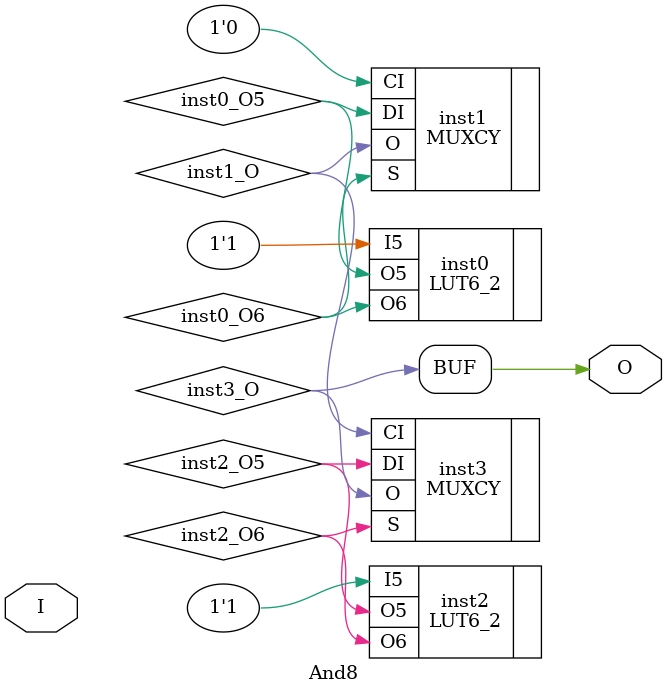
<source format=v>
module And8 (input [7:0] I, output  O);
wire  inst0_O5;
wire  inst0_O6;
wire  inst1_O;
wire  inst2_O5;
wire  inst2_O6;
wire  inst3_O;
LUT6_2 #(.INIT(64'h8000800080007FFF)) inst0 (.I5(1'b1), .O5(inst0_O5), .O6(inst0_O6));
MUXCY inst1 (.DI(inst0_O5), .CI(1'b0), .S(inst0_O6), .O(inst1_O));
LUT6_2 #(.INIT(64'h8000800080007FFF)) inst2 (.I5(1'b1), .O5(inst2_O5), .O6(inst2_O6));
MUXCY inst3 (.DI(inst2_O5), .CI(inst1_O), .S(inst2_O6), .O(inst3_O));
assign O = inst3_O;
endmodule


</source>
